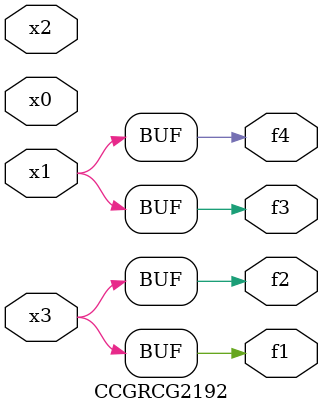
<source format=v>
module CCGRCG2192(
	input x0, x1, x2, x3,
	output f1, f2, f3, f4
);
	assign f1 = x3;
	assign f2 = x3;
	assign f3 = x1;
	assign f4 = x1;
endmodule

</source>
